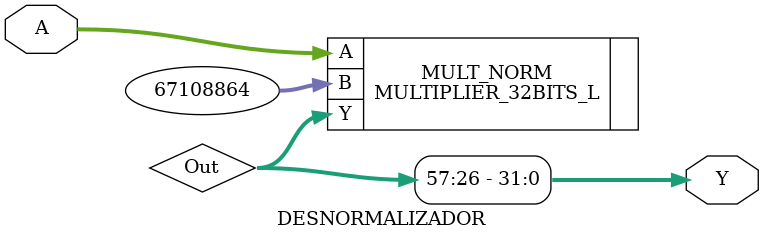
<source format=v>
`timescale 1ns / 1ps


module DESNORMALIZADOR(
    input wire [31:0] A, //entrada al normalizador 
    output wire [31:0] Y //salida de la normalizacion en coma fija, coma entre el bit 30 y 29
);

//wire [61:0] Out;      
wire [63:0] Out;      

MULTIPLIER_32BITS_L MULT_NORM(
    .A(A),
    //.B(32'b00000001110010011110000110110000),
    //.B(32'b00000000110011000111000100001100),//0.199641     1/valor maximo constante de adrian
    //.B(32'b00000101100010010000000010010001),//1.38379123     constante de JJ
    .B(32'b00000100000000000000000000000000), // 1   valor prueba sin normalizacion
    .Y(Out)
    );

//assign Y = Out[54:22]; //constante de adrian   
assign Y = Out[57:26];   //constante  de jj
//assign Y = {Out[57],{3{1'b0}},Out[56:52],Out[51:29]};   //constante  de jj y ajuste para estimador a formato 1:8:23


endmodule

</source>
